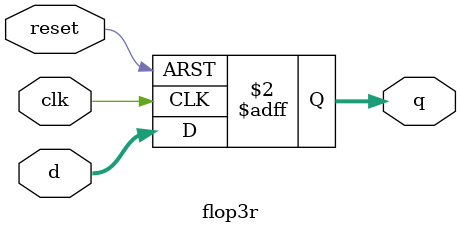
<source format=sv>
`timescale 1ns / 1ps


module flop3r(
    input logic clk,
    input logic reset,
    input logic [2:0] d,
    output logic [2:0] q
    );
    
    always_ff @(posedge clk,posedge reset)
    if (reset) q <= 3'b0;
    else q <= d;
    
    
endmodule

</source>
